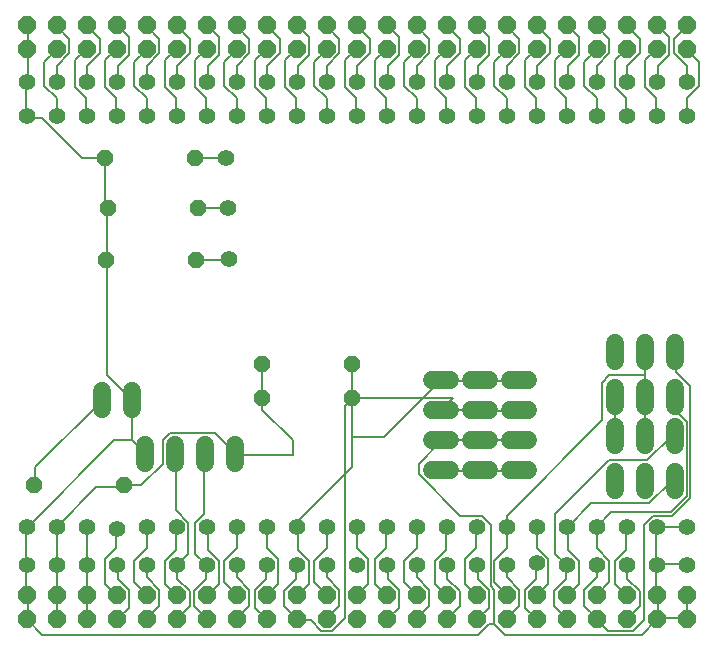
<source format=gbr>
G04 EAGLE Gerber RS-274X export*
G75*
%MOMM*%
%FSLAX34Y34*%
%LPD*%
%INTop Copper*%
%IPPOS*%
%AMOC8*
5,1,8,0,0,1.08239X$1,22.5*%
G01*
%ADD10P,1.649562X8X22.500000*%
%ADD11P,1.539592X8X202.500000*%
%ADD12C,1.422400*%
%ADD13C,1.524000*%
%ADD14P,1.539592X8X22.500000*%
%ADD15C,0.152400*%


D10*
X50800Y40640D03*
X50800Y60960D03*
X76200Y40640D03*
X76200Y60960D03*
X101600Y40640D03*
X101600Y60960D03*
X127000Y40640D03*
X127000Y60960D03*
X152400Y40640D03*
X152400Y60960D03*
X177800Y40640D03*
X177800Y60960D03*
X203200Y40640D03*
X203200Y60960D03*
X228600Y40640D03*
X228600Y60960D03*
X254000Y40640D03*
X254000Y60960D03*
X279400Y40640D03*
X279400Y60960D03*
X304800Y40640D03*
X304800Y60960D03*
X330200Y40640D03*
X330200Y60960D03*
X355600Y40640D03*
X355600Y60960D03*
X381000Y40640D03*
X381000Y60960D03*
X406400Y40640D03*
X406400Y60960D03*
X431800Y40640D03*
X431800Y60960D03*
X457200Y40640D03*
X457200Y60960D03*
X482600Y40640D03*
X482600Y60960D03*
X508000Y40640D03*
X508000Y60960D03*
X533400Y40640D03*
X533400Y60960D03*
X558800Y40640D03*
X558800Y60960D03*
X584200Y40640D03*
X584200Y60960D03*
X609600Y40640D03*
X609600Y60960D03*
D11*
X194310Y344170D03*
X118110Y344170D03*
D12*
X406400Y466090D03*
X431800Y466090D03*
X457200Y466090D03*
X482600Y466090D03*
X508000Y466090D03*
X533400Y466090D03*
X558800Y466090D03*
X584200Y466090D03*
X609600Y466090D03*
D13*
X139700Y233680D02*
X139700Y218440D01*
X114300Y218440D02*
X114300Y233680D01*
D11*
X193040Y430530D03*
X116840Y430530D03*
D12*
X222250Y345440D03*
X219710Y430530D03*
X220980Y388620D03*
D11*
X195580Y388620D03*
X119380Y388620D03*
D13*
X227330Y187960D02*
X227330Y172720D01*
X201930Y172720D02*
X201930Y187960D01*
X176530Y187960D02*
X176530Y172720D01*
X151130Y172720D02*
X151130Y187960D01*
D11*
X133350Y153670D03*
X57150Y153670D03*
D14*
X250190Y256540D03*
X326390Y256540D03*
X250190Y227330D03*
X326390Y227330D03*
D12*
X50800Y118110D03*
X76200Y118110D03*
X101600Y118110D03*
D10*
X50800Y523240D03*
X50800Y543560D03*
X76200Y523240D03*
X76200Y543560D03*
X101600Y523240D03*
X101600Y543560D03*
X127000Y523240D03*
X127000Y543560D03*
X152400Y523240D03*
X152400Y543560D03*
X177800Y523240D03*
X177800Y543560D03*
X203200Y523240D03*
X203200Y543560D03*
X228600Y523240D03*
X228600Y543560D03*
X254000Y523240D03*
X254000Y543560D03*
X279400Y523240D03*
X279400Y543560D03*
X304800Y523240D03*
X304800Y543560D03*
X330200Y523240D03*
X330200Y543560D03*
X355600Y523240D03*
X355600Y543560D03*
X381000Y523240D03*
X381000Y543560D03*
X406400Y523240D03*
X406400Y543560D03*
X431800Y523240D03*
X431800Y543560D03*
X457200Y523240D03*
X457200Y543560D03*
X482600Y523240D03*
X482600Y543560D03*
X508000Y523240D03*
X508000Y543560D03*
X533400Y523240D03*
X533400Y543560D03*
X558800Y523240D03*
X558800Y543560D03*
X584200Y523240D03*
X584200Y543560D03*
X609600Y523240D03*
X609600Y543560D03*
D12*
X127000Y116840D03*
X152400Y118110D03*
X177800Y118110D03*
X203200Y118110D03*
X228600Y118110D03*
X254000Y118110D03*
X279400Y118110D03*
X304800Y118110D03*
X330200Y118110D03*
X355600Y118110D03*
D13*
X459740Y166370D02*
X474980Y166370D01*
X474980Y191770D02*
X459740Y191770D01*
X459740Y217170D02*
X474980Y217170D01*
X474980Y242570D02*
X459740Y242570D01*
D12*
X381000Y118110D03*
X406400Y118110D03*
X431800Y118110D03*
X457200Y118110D03*
X482600Y118110D03*
X508000Y118110D03*
X533400Y118110D03*
X558800Y118110D03*
X584200Y118110D03*
X609600Y118110D03*
D13*
X441960Y166370D02*
X426720Y166370D01*
X426720Y191770D02*
X441960Y191770D01*
X441960Y217170D02*
X426720Y217170D01*
X426720Y242570D02*
X441960Y242570D01*
D12*
X50800Y86360D03*
X76200Y86360D03*
X101600Y86360D03*
X127000Y86360D03*
X152400Y86360D03*
X177800Y86360D03*
X203200Y86360D03*
X228600Y86360D03*
X254000Y86360D03*
X279400Y86360D03*
D13*
X393700Y166370D02*
X408940Y166370D01*
X408940Y191770D02*
X393700Y191770D01*
X393700Y217170D02*
X408940Y217170D01*
X408940Y242570D02*
X393700Y242570D01*
D12*
X304800Y86360D03*
X330200Y86360D03*
X355600Y86360D03*
X381000Y86360D03*
X406400Y86360D03*
X431800Y86360D03*
X457200Y86360D03*
X482600Y87630D03*
X508000Y86360D03*
X533400Y86360D03*
D13*
X548640Y259080D02*
X548640Y274320D01*
X574040Y274320D02*
X574040Y259080D01*
X599440Y259080D02*
X599440Y274320D01*
D12*
X558800Y86360D03*
X584200Y86360D03*
X609600Y86360D03*
X50800Y495300D03*
X76200Y495300D03*
X101600Y495300D03*
X127000Y495300D03*
X152400Y495300D03*
X177800Y495300D03*
X203200Y495300D03*
D13*
X548640Y236220D02*
X548640Y220980D01*
X574040Y220980D02*
X574040Y236220D01*
X599440Y236220D02*
X599440Y220980D01*
D12*
X228600Y495300D03*
X254000Y495300D03*
X279400Y495300D03*
X304800Y495300D03*
X330200Y495300D03*
X355600Y495300D03*
X381000Y495300D03*
X406400Y495300D03*
X431800Y495300D03*
X457200Y495300D03*
D13*
X548640Y203200D02*
X548640Y187960D01*
X574040Y187960D02*
X574040Y203200D01*
X599440Y203200D02*
X599440Y187960D01*
D12*
X482600Y495300D03*
X508000Y495300D03*
X533400Y495300D03*
X558800Y495300D03*
X584200Y495300D03*
X609600Y495300D03*
X50800Y466090D03*
X76200Y466090D03*
X101600Y466090D03*
X127000Y466090D03*
D13*
X548640Y165100D02*
X548640Y149860D01*
X574040Y149860D02*
X574040Y165100D01*
X599440Y165100D02*
X599440Y149860D01*
D12*
X152400Y466090D03*
X177800Y466090D03*
X203200Y466090D03*
X228600Y466090D03*
X254000Y466090D03*
X279400Y466090D03*
X304800Y466090D03*
X330200Y466090D03*
X355600Y466090D03*
X381000Y466090D03*
D15*
X102108Y85344D02*
X102108Y60960D01*
X102108Y85344D02*
X101600Y86360D01*
X102108Y86868D02*
X102108Y117348D01*
X101600Y118110D01*
X102108Y86868D02*
X101600Y86360D01*
X102108Y60960D02*
X102108Y41148D01*
X101600Y40640D01*
X101600Y60960D02*
X102108Y60960D01*
X278892Y74676D02*
X278892Y85344D01*
X278892Y74676D02*
X268224Y64008D01*
X268224Y51816D01*
X279400Y40640D01*
X278892Y85344D02*
X279400Y86360D01*
X326390Y227330D02*
X411734Y227330D01*
X400812Y216408D01*
X401320Y217170D01*
X402336Y217932D02*
X433324Y217932D01*
X434340Y217170D01*
X402336Y217932D02*
X401320Y217170D01*
X434848Y216408D02*
X467360Y216408D01*
X467360Y217170D01*
X434848Y216408D02*
X434340Y217170D01*
X291084Y39624D02*
X280416Y39624D01*
X291084Y39624D02*
X300228Y30480D01*
X309372Y30480D01*
X320040Y41148D01*
X320040Y220980D01*
X326390Y227330D01*
X279400Y40640D02*
X280416Y39624D01*
X280416Y99060D02*
X280416Y117348D01*
X280416Y99060D02*
X289560Y89916D01*
X289560Y70104D01*
X280416Y60960D01*
X280416Y117348D02*
X279400Y118110D01*
X279400Y60960D02*
X280416Y60960D01*
X326390Y195072D02*
X353568Y195072D01*
X400812Y242316D01*
X326390Y256540D02*
X326390Y195072D01*
X400812Y242316D02*
X401320Y242570D01*
X402336Y242316D02*
X433324Y242316D01*
X434340Y242570D01*
X402336Y242316D02*
X401320Y242570D01*
X434848Y242316D02*
X467360Y242316D01*
X467360Y242570D01*
X434848Y242316D02*
X434340Y242570D01*
X280416Y123444D02*
X280416Y118872D01*
X280416Y123444D02*
X326390Y169418D01*
X280416Y118872D02*
X279400Y118110D01*
X326390Y169418D02*
X326390Y256540D01*
X431292Y117348D02*
X431292Y100584D01*
X422148Y91440D01*
X422148Y70104D01*
X431292Y60960D01*
X431292Y117348D02*
X431800Y118110D01*
X431800Y60960D02*
X431292Y60960D01*
X548640Y195580D02*
X548640Y228600D01*
X457200Y118110D02*
X457200Y100584D01*
X446532Y89916D01*
X446532Y71628D01*
X457200Y60960D01*
X574548Y196596D02*
X574548Y228600D01*
X574548Y196596D02*
X574040Y195580D01*
X574548Y228600D02*
X574548Y246888D01*
X574548Y266700D01*
X574040Y266700D01*
X574040Y228600D02*
X574548Y228600D01*
X457200Y128016D02*
X457200Y118110D01*
X457200Y128016D02*
X537972Y208788D01*
X537972Y240792D01*
X544068Y246888D01*
X574548Y246888D01*
X533400Y86360D02*
X533400Y76200D01*
X522732Y65532D01*
X522732Y51816D01*
X533400Y41148D01*
X533400Y40640D01*
X600456Y249936D02*
X600456Y266700D01*
X600456Y249936D02*
X612648Y237744D01*
X612648Y143256D01*
X597408Y128016D01*
X580644Y128016D01*
X573024Y120396D01*
X573024Y39624D01*
X563880Y30480D01*
X542544Y30480D01*
X533400Y39624D01*
X599440Y266700D02*
X600456Y266700D01*
X533400Y40640D02*
X533400Y39624D01*
X533400Y100584D02*
X533400Y118110D01*
X533400Y100584D02*
X544068Y89916D01*
X544068Y71628D01*
X533400Y60960D01*
X600456Y216408D02*
X600456Y228600D01*
X600456Y216408D02*
X609600Y207264D01*
X609600Y144780D01*
X595884Y131064D01*
X545592Y131064D01*
X533400Y118872D01*
X599440Y228600D02*
X600456Y228600D01*
X533400Y118872D02*
X533400Y118110D01*
X507492Y85344D02*
X507492Y74676D01*
X496824Y64008D01*
X496824Y51816D01*
X508000Y40640D01*
X507492Y85344D02*
X508000Y86360D01*
X595884Y195072D02*
X598932Y195072D01*
X595884Y195072D02*
X576072Y175260D01*
X544068Y175260D01*
X498348Y129540D01*
X498348Y96012D01*
X508000Y86360D01*
X598932Y195072D02*
X599440Y195580D01*
X509016Y117348D02*
X509016Y99060D01*
X518160Y89916D01*
X518160Y70104D01*
X509016Y60960D01*
X509016Y117348D02*
X508000Y118110D01*
X508000Y60960D02*
X509016Y60960D01*
X595884Y156972D02*
X598932Y156972D01*
X595884Y156972D02*
X577596Y138684D01*
X528828Y138684D01*
X509016Y118872D01*
X598932Y156972D02*
X599440Y157480D01*
X509016Y118872D02*
X508000Y118110D01*
X433324Y192024D02*
X402336Y192024D01*
X401320Y191770D01*
X433324Y192024D02*
X434340Y191770D01*
X467360Y191770D01*
X609600Y60960D02*
X609600Y41148D01*
X609600Y118872D02*
X585216Y118872D01*
X584200Y118110D01*
X609600Y118110D02*
X609600Y118872D01*
X609600Y86868D02*
X585216Y86868D01*
X584200Y86360D01*
X609600Y86360D02*
X609600Y86868D01*
X585216Y60960D02*
X585216Y41148D01*
X585216Y60960D02*
X584200Y60960D01*
X583692Y60960D02*
X583692Y85344D01*
X584200Y86360D01*
X584200Y60960D02*
X583692Y60960D01*
X583692Y86868D02*
X583692Y117348D01*
X584200Y118110D01*
X583692Y86868D02*
X584200Y86360D01*
X585216Y41148D02*
X609600Y41148D01*
X609600Y40640D01*
X585216Y41148D02*
X584200Y40640D01*
X400812Y190500D02*
X382524Y172212D01*
X382524Y163068D01*
X417576Y128016D01*
X435864Y128016D01*
X443484Y120396D01*
X443484Y68580D01*
X446532Y65532D01*
X446532Y36576D01*
X455676Y27432D01*
X571500Y27432D01*
X583692Y39624D01*
X400812Y190500D02*
X401320Y191770D01*
X584200Y40640D02*
X583692Y39624D01*
X51816Y524256D02*
X51816Y542544D01*
X51816Y524256D02*
X50800Y523240D01*
X51816Y542544D02*
X50800Y543560D01*
X50292Y495300D02*
X50292Y466344D01*
X50800Y466090D01*
X50800Y495300D02*
X50292Y495300D01*
X51816Y495300D02*
X51816Y522732D01*
X50800Y523240D01*
X50800Y495300D02*
X51816Y495300D01*
X118872Y388620D02*
X118872Y344424D01*
X118110Y344170D01*
X117348Y390144D02*
X117348Y429768D01*
X117348Y390144D02*
X118872Y388620D01*
X117348Y429768D02*
X116840Y430530D01*
X118872Y388620D02*
X119380Y388620D01*
X64008Y464820D02*
X51816Y464820D01*
X64008Y464820D02*
X97536Y431292D01*
X115824Y431292D01*
X51816Y464820D02*
X50800Y466090D01*
X115824Y431292D02*
X116840Y430530D01*
X140208Y225552D02*
X140208Y192024D01*
X150876Y181356D01*
X140208Y225552D02*
X139700Y226060D01*
X150876Y181356D02*
X151130Y180340D01*
X50292Y85344D02*
X50292Y60960D01*
X50292Y85344D02*
X50800Y86360D01*
X50800Y60960D02*
X50292Y60960D01*
X50292Y86868D02*
X50292Y117348D01*
X50800Y118110D01*
X50292Y86868D02*
X50800Y86360D01*
X51816Y60960D02*
X51816Y41148D01*
X50800Y40640D01*
X50800Y60960D02*
X51816Y60960D01*
X124968Y192024D02*
X140208Y192024D01*
X124968Y192024D02*
X51816Y118872D01*
X50800Y118110D01*
X118872Y246888D02*
X118872Y342900D01*
X118872Y246888D02*
X139700Y226060D01*
X118872Y342900D02*
X118110Y344170D01*
X441960Y36576D02*
X446532Y36576D01*
X441960Y36576D02*
X432816Y27432D01*
X64008Y27432D01*
X50800Y40640D01*
X202692Y74676D02*
X202692Y85344D01*
X202692Y74676D02*
X192024Y64008D01*
X192024Y51816D01*
X203200Y40640D01*
X202692Y85344D02*
X203200Y86360D01*
X201168Y129540D02*
X201168Y179832D01*
X201168Y129540D02*
X193548Y121920D01*
X193548Y96012D01*
X203200Y86360D01*
X201168Y179832D02*
X201930Y180340D01*
X178308Y85344D02*
X178308Y74676D01*
X188976Y64008D01*
X188976Y51816D01*
X177800Y40640D01*
X178308Y85344D02*
X177800Y86360D01*
X176784Y132588D02*
X176784Y179832D01*
X176784Y132588D02*
X187452Y121920D01*
X187452Y96012D01*
X177800Y86360D01*
X176784Y179832D02*
X176530Y180340D01*
X481584Y86868D02*
X481584Y74676D01*
X472440Y65532D01*
X472440Y50292D01*
X481584Y41148D01*
X481584Y86868D02*
X482600Y87630D01*
X481584Y41148D02*
X482600Y40640D01*
X457200Y76200D02*
X457200Y86360D01*
X457200Y76200D02*
X467868Y65532D01*
X467868Y51816D01*
X457200Y41148D01*
X457200Y40640D01*
X432816Y74676D02*
X432816Y85344D01*
X432816Y74676D02*
X441960Y65532D01*
X441960Y50292D01*
X432816Y41148D01*
X432816Y85344D02*
X431800Y86360D01*
X432816Y41148D02*
X431800Y40640D01*
X406908Y74676D02*
X406908Y85344D01*
X406908Y74676D02*
X417576Y64008D01*
X417576Y51816D01*
X406400Y40640D01*
X406908Y85344D02*
X406400Y86360D01*
X381000Y86360D02*
X381000Y76200D01*
X391668Y65532D01*
X391668Y51816D01*
X381000Y41148D01*
X381000Y40640D01*
X356616Y74676D02*
X356616Y85344D01*
X356616Y74676D02*
X365760Y65532D01*
X365760Y50292D01*
X356616Y41148D01*
X356616Y85344D02*
X355600Y86360D01*
X356616Y41148D02*
X355600Y40640D01*
X304800Y76200D02*
X304800Y86360D01*
X304800Y76200D02*
X315468Y65532D01*
X315468Y51816D01*
X304800Y41148D01*
X304800Y40640D01*
X252984Y74676D02*
X252984Y85344D01*
X252984Y74676D02*
X243840Y65532D01*
X243840Y50292D01*
X252984Y41148D01*
X252984Y85344D02*
X254000Y86360D01*
X252984Y41148D02*
X254000Y40640D01*
X152400Y76200D02*
X152400Y86360D01*
X152400Y76200D02*
X163068Y65532D01*
X163068Y51816D01*
X152400Y41148D01*
X152400Y40640D01*
X128016Y74676D02*
X128016Y85344D01*
X128016Y74676D02*
X137160Y65532D01*
X137160Y50292D01*
X128016Y41148D01*
X128016Y85344D02*
X127000Y86360D01*
X128016Y41148D02*
X127000Y40640D01*
X557784Y99060D02*
X557784Y117348D01*
X557784Y99060D02*
X548640Y89916D01*
X548640Y70104D01*
X557784Y60960D01*
X557784Y117348D02*
X558800Y118110D01*
X558800Y60960D02*
X557784Y60960D01*
X483108Y100584D02*
X483108Y117348D01*
X483108Y100584D02*
X492252Y91440D01*
X492252Y70104D01*
X483108Y60960D01*
X483108Y117348D02*
X482600Y118110D01*
X482600Y60960D02*
X483108Y60960D01*
X405384Y99060D02*
X405384Y117348D01*
X405384Y99060D02*
X396240Y89916D01*
X396240Y70104D01*
X405384Y60960D01*
X405384Y117348D02*
X406400Y118110D01*
X406400Y60960D02*
X405384Y60960D01*
X381000Y100584D02*
X381000Y118110D01*
X381000Y100584D02*
X370332Y89916D01*
X370332Y71628D01*
X381000Y60960D01*
X126492Y100584D02*
X126492Y115824D01*
X126492Y100584D02*
X117348Y91440D01*
X117348Y70104D01*
X126492Y60960D01*
X126492Y115824D02*
X127000Y116840D01*
X127000Y60960D02*
X126492Y60960D01*
X152400Y100584D02*
X152400Y118110D01*
X152400Y100584D02*
X141732Y89916D01*
X141732Y71628D01*
X152400Y60960D01*
X176784Y99060D02*
X176784Y117348D01*
X176784Y99060D02*
X167640Y89916D01*
X167640Y70104D01*
X176784Y60960D01*
X176784Y117348D02*
X177800Y118110D01*
X177800Y60960D02*
X176784Y60960D01*
X204216Y99060D02*
X204216Y117348D01*
X204216Y99060D02*
X213360Y89916D01*
X213360Y70104D01*
X204216Y60960D01*
X204216Y117348D02*
X203200Y118110D01*
X203200Y60960D02*
X204216Y60960D01*
X228600Y100584D02*
X228600Y118110D01*
X228600Y100584D02*
X217932Y89916D01*
X217932Y71628D01*
X228600Y60960D01*
X254508Y100584D02*
X254508Y117348D01*
X254508Y100584D02*
X263652Y91440D01*
X263652Y70104D01*
X254508Y60960D01*
X254508Y117348D02*
X254000Y118110D01*
X254000Y60960D02*
X254508Y60960D01*
X304800Y100584D02*
X304800Y118110D01*
X304800Y100584D02*
X294132Y89916D01*
X294132Y71628D01*
X304800Y60960D01*
X330708Y100584D02*
X330708Y117348D01*
X330708Y100584D02*
X339852Y91440D01*
X339852Y70104D01*
X330708Y60960D01*
X330708Y117348D02*
X330200Y118110D01*
X330200Y60960D02*
X330708Y60960D01*
X355092Y100584D02*
X355092Y117348D01*
X355092Y100584D02*
X345948Y91440D01*
X345948Y70104D01*
X355092Y60960D01*
X355092Y117348D02*
X355600Y118110D01*
X355600Y60960D02*
X355092Y60960D01*
X76200Y466090D02*
X76200Y481584D01*
X65532Y492252D01*
X65532Y512064D01*
X76200Y522732D01*
X76200Y523240D01*
X100584Y481584D02*
X100584Y466344D01*
X100584Y481584D02*
X91440Y490728D01*
X91440Y513588D01*
X100584Y522732D01*
X100584Y466344D02*
X101600Y466090D01*
X100584Y522732D02*
X101600Y523240D01*
X126492Y481584D02*
X126492Y466344D01*
X126492Y481584D02*
X117348Y490728D01*
X117348Y513588D01*
X127000Y523240D01*
X126492Y466344D02*
X127000Y466090D01*
X152400Y466090D02*
X152400Y481584D01*
X141732Y492252D01*
X141732Y512064D01*
X152400Y522732D01*
X152400Y523240D01*
X176784Y481584D02*
X176784Y466344D01*
X176784Y481584D02*
X167640Y490728D01*
X167640Y513588D01*
X176784Y522732D01*
X176784Y466344D02*
X177800Y466090D01*
X176784Y522732D02*
X177800Y523240D01*
X202692Y481584D02*
X202692Y466344D01*
X202692Y481584D02*
X193548Y490728D01*
X193548Y513588D01*
X203200Y523240D01*
X202692Y466344D02*
X203200Y466090D01*
X228600Y466090D02*
X228600Y481584D01*
X217932Y492252D01*
X217932Y512064D01*
X228600Y522732D01*
X228600Y523240D01*
X252984Y481584D02*
X252984Y466344D01*
X252984Y481584D02*
X243840Y490728D01*
X243840Y513588D01*
X252984Y522732D01*
X252984Y466344D02*
X254000Y466090D01*
X252984Y522732D02*
X254000Y523240D01*
X278892Y481584D02*
X278892Y466344D01*
X278892Y481584D02*
X269748Y490728D01*
X269748Y513588D01*
X279400Y523240D01*
X278892Y466344D02*
X279400Y466090D01*
X304800Y466090D02*
X304800Y481584D01*
X294132Y492252D01*
X294132Y512064D01*
X304800Y522732D01*
X304800Y523240D01*
X329184Y481584D02*
X329184Y466344D01*
X329184Y481584D02*
X320040Y490728D01*
X320040Y513588D01*
X329184Y522732D01*
X329184Y466344D02*
X330200Y466090D01*
X329184Y522732D02*
X330200Y523240D01*
X355092Y481584D02*
X355092Y466344D01*
X355092Y481584D02*
X345948Y490728D01*
X345948Y513588D01*
X355600Y523240D01*
X355092Y466344D02*
X355600Y466090D01*
X381000Y466090D02*
X381000Y481584D01*
X370332Y492252D01*
X370332Y512064D01*
X381000Y522732D01*
X381000Y523240D01*
X381000Y509016D02*
X381000Y495300D01*
X381000Y509016D02*
X391668Y519684D01*
X391668Y531876D01*
X381000Y542544D01*
X381000Y543560D01*
X356616Y509016D02*
X356616Y495300D01*
X356616Y509016D02*
X365760Y518160D01*
X365760Y533400D01*
X355600Y543560D01*
X355600Y495300D02*
X356616Y495300D01*
X330708Y495300D02*
X330708Y509016D01*
X341376Y519684D01*
X341376Y531876D01*
X330708Y542544D01*
X330708Y495300D02*
X330200Y495300D01*
X330708Y542544D02*
X330200Y543560D01*
X304800Y509016D02*
X304800Y495300D01*
X304800Y509016D02*
X315468Y519684D01*
X315468Y531876D01*
X304800Y542544D01*
X304800Y543560D01*
X280416Y509016D02*
X280416Y495300D01*
X280416Y509016D02*
X289560Y518160D01*
X289560Y533400D01*
X279400Y543560D01*
X279400Y495300D02*
X280416Y495300D01*
X254508Y495300D02*
X254508Y509016D01*
X265176Y519684D01*
X265176Y531876D01*
X254508Y542544D01*
X254508Y495300D02*
X254000Y495300D01*
X254508Y542544D02*
X254000Y543560D01*
X228600Y509016D02*
X228600Y495300D01*
X228600Y509016D02*
X239268Y519684D01*
X239268Y531876D01*
X228600Y542544D01*
X228600Y543560D01*
X76200Y509016D02*
X76200Y495300D01*
X76200Y509016D02*
X86868Y519684D01*
X86868Y531876D01*
X76200Y542544D01*
X76200Y543560D01*
X102108Y509016D02*
X102108Y495300D01*
X102108Y509016D02*
X112776Y519684D01*
X112776Y531876D01*
X102108Y542544D01*
X102108Y495300D02*
X101600Y495300D01*
X102108Y542544D02*
X101600Y543560D01*
X128016Y509016D02*
X128016Y495300D01*
X128016Y509016D02*
X137160Y518160D01*
X137160Y533400D01*
X127000Y543560D01*
X127000Y495300D02*
X128016Y495300D01*
X152400Y495300D02*
X152400Y509016D01*
X163068Y519684D01*
X163068Y531876D01*
X152400Y542544D01*
X152400Y543560D01*
X178308Y509016D02*
X178308Y495300D01*
X178308Y509016D02*
X188976Y519684D01*
X188976Y531876D01*
X178308Y542544D01*
X178308Y495300D02*
X177800Y495300D01*
X178308Y542544D02*
X177800Y543560D01*
X204216Y509016D02*
X204216Y495300D01*
X204216Y509016D02*
X213360Y518160D01*
X213360Y533400D01*
X203200Y543560D01*
X203200Y495300D02*
X204216Y495300D01*
X405384Y481584D02*
X405384Y466344D01*
X405384Y481584D02*
X396240Y490728D01*
X396240Y513588D01*
X405384Y522732D01*
X405384Y466344D02*
X406400Y466090D01*
X405384Y522732D02*
X406400Y523240D01*
X406908Y509016D02*
X406908Y495300D01*
X406908Y509016D02*
X417576Y519684D01*
X417576Y531876D01*
X406908Y542544D01*
X406908Y495300D02*
X406400Y495300D01*
X406908Y542544D02*
X406400Y543560D01*
X432816Y509016D02*
X432816Y495300D01*
X432816Y509016D02*
X441960Y518160D01*
X441960Y533400D01*
X431800Y543560D01*
X431800Y495300D02*
X432816Y495300D01*
X431292Y481584D02*
X431292Y466344D01*
X431292Y481584D02*
X422148Y490728D01*
X422148Y513588D01*
X431800Y523240D01*
X431292Y466344D02*
X431800Y466090D01*
X457200Y466090D02*
X457200Y481584D01*
X446532Y492252D01*
X446532Y512064D01*
X457200Y522732D01*
X457200Y523240D01*
X457200Y509016D02*
X457200Y495300D01*
X457200Y509016D02*
X467868Y519684D01*
X467868Y531876D01*
X457200Y542544D01*
X457200Y543560D01*
X483108Y509016D02*
X483108Y495300D01*
X483108Y509016D02*
X493776Y519684D01*
X493776Y531876D01*
X483108Y542544D01*
X483108Y495300D02*
X482600Y495300D01*
X483108Y542544D02*
X482600Y543560D01*
X481584Y481584D02*
X481584Y466344D01*
X481584Y481584D02*
X472440Y490728D01*
X472440Y513588D01*
X481584Y522732D01*
X481584Y466344D02*
X482600Y466090D01*
X481584Y522732D02*
X482600Y523240D01*
X507492Y481584D02*
X507492Y466344D01*
X507492Y481584D02*
X498348Y490728D01*
X498348Y513588D01*
X508000Y523240D01*
X507492Y466344D02*
X508000Y466090D01*
X533400Y466090D02*
X533400Y481584D01*
X522732Y492252D01*
X522732Y512064D01*
X533400Y522732D01*
X533400Y523240D01*
X557784Y481584D02*
X557784Y466344D01*
X557784Y481584D02*
X548640Y490728D01*
X548640Y513588D01*
X557784Y522732D01*
X557784Y466344D02*
X558800Y466090D01*
X557784Y522732D02*
X558800Y523240D01*
X583692Y481584D02*
X583692Y466344D01*
X583692Y481584D02*
X574548Y490728D01*
X574548Y513588D01*
X584200Y523240D01*
X583692Y466344D02*
X584200Y466090D01*
X609600Y466090D02*
X609600Y481584D01*
X620268Y492252D01*
X620268Y512064D01*
X609600Y522732D01*
X609600Y523240D01*
X609600Y509016D02*
X609600Y495300D01*
X609600Y509016D02*
X598932Y519684D01*
X598932Y531876D01*
X609600Y542544D01*
X609600Y543560D01*
X585216Y509016D02*
X585216Y495300D01*
X585216Y509016D02*
X594360Y518160D01*
X594360Y533400D01*
X584200Y543560D01*
X584200Y495300D02*
X585216Y495300D01*
X559308Y495300D02*
X559308Y509016D01*
X569976Y519684D01*
X569976Y531876D01*
X559308Y542544D01*
X559308Y495300D02*
X558800Y495300D01*
X559308Y542544D02*
X558800Y543560D01*
X533400Y509016D02*
X533400Y495300D01*
X533400Y509016D02*
X544068Y519684D01*
X544068Y531876D01*
X533400Y542544D01*
X533400Y543560D01*
X509016Y509016D02*
X509016Y495300D01*
X509016Y509016D02*
X518160Y518160D01*
X518160Y533400D01*
X508000Y543560D01*
X508000Y495300D02*
X509016Y495300D01*
X559308Y85344D02*
X559308Y74676D01*
X569976Y64008D01*
X569976Y51816D01*
X558800Y40640D01*
X559308Y85344D02*
X558800Y86360D01*
X228600Y86360D02*
X228600Y76200D01*
X239268Y65532D01*
X239268Y51816D01*
X228600Y41148D01*
X228600Y40640D01*
X76200Y60960D02*
X76200Y86360D01*
X76200Y118110D01*
X109728Y152400D02*
X132588Y152400D01*
X109728Y152400D02*
X76200Y118872D01*
X132588Y152400D02*
X133350Y153670D01*
X76200Y118872D02*
X76200Y118110D01*
X76200Y60960D02*
X76200Y40640D01*
X402336Y166116D02*
X433324Y166116D01*
X402336Y166116D02*
X401320Y166370D01*
X433324Y166116D02*
X434340Y166370D01*
X434848Y166116D02*
X467360Y166116D01*
X467360Y166370D01*
X434848Y166116D02*
X434340Y166370D01*
X275844Y179832D02*
X275844Y192024D01*
X250190Y217678D01*
X250190Y227330D01*
X250190Y256540D01*
X228600Y179832D02*
X275844Y179832D01*
X228600Y179832D02*
X227330Y180340D01*
X147828Y153924D02*
X134112Y153924D01*
X147828Y153924D02*
X166116Y172212D01*
X166116Y192024D01*
X172212Y198120D01*
X210312Y198120D01*
X227076Y181356D01*
X134112Y153924D02*
X133350Y153670D01*
X227330Y180340D02*
X227076Y181356D01*
X57912Y169164D02*
X57912Y153924D01*
X57912Y169164D02*
X114300Y225552D01*
X57912Y153924D02*
X57150Y153670D01*
X114300Y225552D02*
X114300Y226060D01*
X195072Y344424D02*
X220980Y344424D01*
X195072Y344424D02*
X194310Y344170D01*
X220980Y344424D02*
X222250Y345440D01*
X219456Y431292D02*
X193548Y431292D01*
X193040Y430530D01*
X219456Y431292D02*
X219710Y430530D01*
X220980Y388620D02*
X195580Y388620D01*
M02*

</source>
